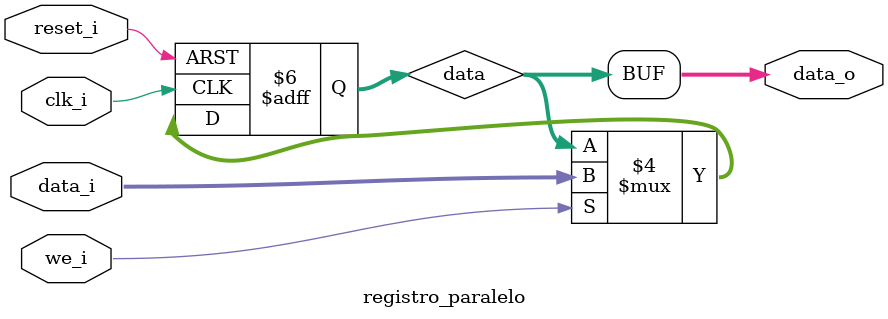
<source format=sv>
`timescale 1ns / 1ps

module registro_paralelo(
    input logic          clk_i,
    input logic          we_i,
    input logic          reset_i,
    input logic  [15:0]  data_i,
    
    output logic [15:0]  data_o
    );
    
    logic [15:0] data = 0;
    
    always_ff @(posedge clk_i or posedge reset_i) begin
        if (reset_i) begin
            data = 0;
        end
        
        else if (we_i) begin
            data = data_i;
        end
    end
    
    assign data_o = data;
endmodule

</source>
